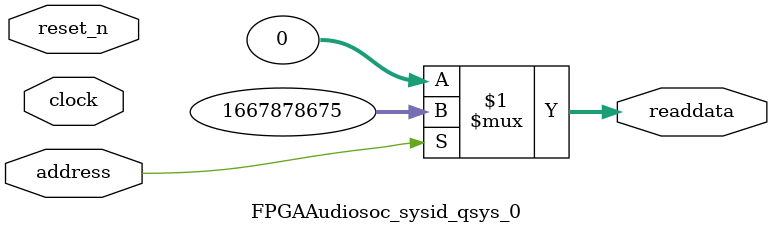
<source format=v>



// synthesis translate_off
`timescale 1ns / 1ps
// synthesis translate_on

// turn off superfluous verilog processor warnings 
// altera message_level Level1 
// altera message_off 10034 10035 10036 10037 10230 10240 10030 

module FPGAAudiosoc_sysid_qsys_0 (
               // inputs:
                address,
                clock,
                reset_n,

               // outputs:
                readdata
             )
;

  output  [ 31: 0] readdata;
  input            address;
  input            clock;
  input            reset_n;

  wire    [ 31: 0] readdata;
  //control_slave, which is an e_avalon_slave
  assign readdata = address ? 1667878675 : 0;

endmodule



</source>
